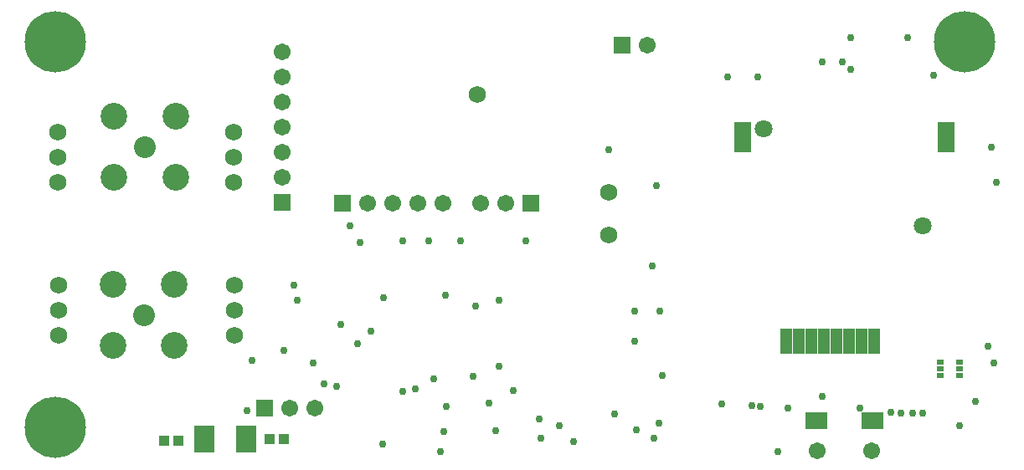
<source format=gbs>
G04 Layer_Color=16711935*
%FSLAX24Y24*%
%MOIN*%
G70*
G01*
G75*
%ADD58C,0.0680*%
%ADD59R,0.0395X0.0434*%
%ADD75C,0.0300*%
%ADD76R,0.0671X0.0671*%
%ADD77C,0.0671*%
%ADD78C,0.0710*%
%ADD79C,0.2442*%
%ADD80R,0.0671X0.0671*%
%ADD81C,0.1064*%
%ADD82C,0.0867*%
%ADD83R,0.0867X0.0655*%
%ADD84C,0.0552*%
%ADD85R,0.0474X0.0986*%
%ADD86R,0.0671X0.1241*%
%ADD87R,0.0828X0.1104*%
%ADD88R,0.0277X0.0237*%
D58*
X8679Y12332D02*
D03*
Y13332D02*
D03*
Y11332D02*
D03*
X1679Y13332D02*
D03*
Y12332D02*
D03*
Y11332D02*
D03*
X1703Y5232D02*
D03*
Y6232D02*
D03*
Y7232D02*
D03*
X8703Y5232D02*
D03*
Y7232D02*
D03*
Y6232D02*
D03*
X23600Y10950D02*
D03*
Y9250D02*
D03*
X18375Y14850D02*
D03*
D59*
X10124Y1100D02*
D03*
X10676D02*
D03*
X6476Y1050D02*
D03*
X5924D02*
D03*
D75*
X14600Y900D02*
D03*
X12294Y3300D02*
D03*
X11850Y4150D02*
D03*
X33250Y17100D02*
D03*
Y15850D02*
D03*
X30350Y600D02*
D03*
X23850Y2100D02*
D03*
X19250Y4000D02*
D03*
X18200Y3600D02*
D03*
X39050Y11350D02*
D03*
X38845Y12745D02*
D03*
X36550Y15600D02*
D03*
X11069Y7232D02*
D03*
X12955Y5655D02*
D03*
X9400Y4250D02*
D03*
X13600Y4900D02*
D03*
X14150Y5400D02*
D03*
X15900Y3100D02*
D03*
X16650Y3500D02*
D03*
X38950Y4150D02*
D03*
X38700Y4800D02*
D03*
X38200Y2600D02*
D03*
X37574Y1626D02*
D03*
X34859Y2159D02*
D03*
X35250Y2150D02*
D03*
X35700D02*
D03*
X36100D02*
D03*
X30750Y2350D02*
D03*
X29650Y2400D02*
D03*
X29300Y2450D02*
D03*
X25750Y3650D02*
D03*
X25650Y6200D02*
D03*
X25500Y11200D02*
D03*
X29550Y15550D02*
D03*
X28359D02*
D03*
X32900Y16150D02*
D03*
X22200Y1000D02*
D03*
X21650Y1650D02*
D03*
X25350Y8000D02*
D03*
X32100Y16150D02*
D03*
X18850Y2550D02*
D03*
X19250Y6650D02*
D03*
X20300Y9000D02*
D03*
X17700D02*
D03*
X16450D02*
D03*
X15400D02*
D03*
X14650Y6750D02*
D03*
X19800Y3050D02*
D03*
X25400Y1150D02*
D03*
X25624Y1724D02*
D03*
X24724Y1476D02*
D03*
X28100Y2500D02*
D03*
X33600Y2350D02*
D03*
X35500Y17100D02*
D03*
X23624Y12626D02*
D03*
X13700Y8950D02*
D03*
X19100Y1450D02*
D03*
X20850Y1900D02*
D03*
X20926Y1126D02*
D03*
X17150Y2400D02*
D03*
X17050Y1400D02*
D03*
X16915Y615D02*
D03*
X9200Y2250D02*
D03*
X11211Y6639D02*
D03*
X10674Y4624D02*
D03*
X24641Y6191D02*
D03*
X24650Y5000D02*
D03*
X17100Y6850D02*
D03*
X18300Y6400D02*
D03*
X13300Y9600D02*
D03*
X12797Y3197D02*
D03*
X15400Y3000D02*
D03*
X32100Y2800D02*
D03*
D76*
X9900Y2350D02*
D03*
X20500Y10500D02*
D03*
X13000D02*
D03*
X24150Y16800D02*
D03*
D77*
X10900Y2350D02*
D03*
X11900D02*
D03*
X10600Y16550D02*
D03*
Y15550D02*
D03*
Y14550D02*
D03*
Y13550D02*
D03*
Y11550D02*
D03*
Y12550D02*
D03*
X19500Y10500D02*
D03*
X18500D02*
D03*
X17000D02*
D03*
X16000D02*
D03*
X15000D02*
D03*
X14000D02*
D03*
X25150Y16800D02*
D03*
X31927Y650D02*
D03*
X34073D02*
D03*
D78*
X29781Y13453D02*
D03*
X36100Y9594D02*
D03*
D79*
X37795Y16929D02*
D03*
X1575Y1575D02*
D03*
Y16929D02*
D03*
D80*
X10600Y10550D02*
D03*
D81*
X6330Y4820D02*
D03*
X3870D02*
D03*
X6330Y7280D02*
D03*
X3870D02*
D03*
X6380Y13980D02*
D03*
Y11520D02*
D03*
X3920Y13980D02*
D03*
Y11520D02*
D03*
D82*
X5100Y6050D02*
D03*
X5150Y12750D02*
D03*
D83*
X34112Y1843D02*
D03*
X31888D02*
D03*
D84*
X33955D02*
D03*
X32045D02*
D03*
D85*
X30670Y5000D02*
D03*
X31170D02*
D03*
X31670D02*
D03*
X32170D02*
D03*
X32670D02*
D03*
X33170D02*
D03*
X33670D02*
D03*
X34170D02*
D03*
D86*
X37041Y13150D02*
D03*
X28950D02*
D03*
D87*
X7504Y1100D02*
D03*
X9196D02*
D03*
D88*
X37574Y3644D02*
D03*
Y3900D02*
D03*
Y4156D02*
D03*
X36826D02*
D03*
Y3900D02*
D03*
Y3644D02*
D03*
M02*

</source>
